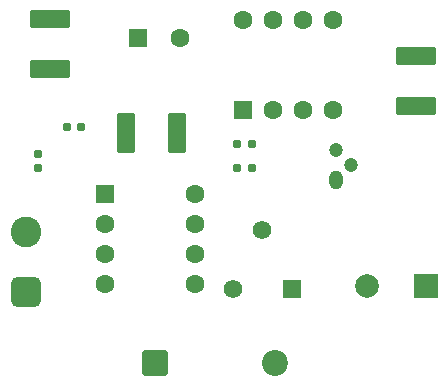
<source format=gbr>
%TF.GenerationSoftware,KiCad,Pcbnew,9.0.6*%
%TF.CreationDate,2025-12-28T16:01:46+05:30*%
%TF.ProjectId,Temp,54656d70-2e6b-4696-9361-645f70636258,rev?*%
%TF.SameCoordinates,Original*%
%TF.FileFunction,Soldermask,Top*%
%TF.FilePolarity,Negative*%
%FSLAX46Y46*%
G04 Gerber Fmt 4.6, Leading zero omitted, Abs format (unit mm)*
G04 Created by KiCad (PCBNEW 9.0.6) date 2025-12-28 16:01:46*
%MOMM*%
%LPD*%
G01*
G04 APERTURE LIST*
G04 Aperture macros list*
%AMRoundRect*
0 Rectangle with rounded corners*
0 $1 Rounding radius*
0 $2 $3 $4 $5 $6 $7 $8 $9 X,Y pos of 4 corners*
0 Add a 4 corners polygon primitive as box body*
4,1,4,$2,$3,$4,$5,$6,$7,$8,$9,$2,$3,0*
0 Add four circle primitives for the rounded corners*
1,1,$1+$1,$2,$3*
1,1,$1+$1,$4,$5*
1,1,$1+$1,$6,$7*
1,1,$1+$1,$8,$9*
0 Add four rect primitives between the rounded corners*
20,1,$1+$1,$2,$3,$4,$5,0*
20,1,$1+$1,$4,$5,$6,$7,0*
20,1,$1+$1,$6,$7,$8,$9,0*
20,1,$1+$1,$8,$9,$2,$3,0*%
G04 Aperture macros list end*
%ADD10RoundRect,0.650000X0.650000X-0.650000X0.650000X0.650000X-0.650000X0.650000X-0.650000X-0.650000X0*%
%ADD11C,2.600000*%
%ADD12RoundRect,0.160000X-0.160000X0.197500X-0.160000X-0.197500X0.160000X-0.197500X0.160000X0.197500X0*%
%ADD13RoundRect,0.250000X1.450000X-0.537500X1.450000X0.537500X-1.450000X0.537500X-1.450000X-0.537500X0*%
%ADD14RoundRect,0.249999X-0.850001X-0.850001X0.850001X-0.850001X0.850001X0.850001X-0.850001X0.850001X0*%
%ADD15C,2.200000*%
%ADD16RoundRect,0.250000X-1.450000X0.537500X-1.450000X-0.537500X1.450000X-0.537500X1.450000X0.537500X0*%
%ADD17RoundRect,0.250000X-0.550000X-0.550000X0.550000X-0.550000X0.550000X0.550000X-0.550000X0.550000X0*%
%ADD18C,1.600000*%
%ADD19R,2.000000X2.000000*%
%ADD20C,2.000000*%
%ADD21R,1.560000X1.560000*%
%ADD22C,1.560000*%
%ADD23RoundRect,0.250000X0.550000X-0.550000X0.550000X0.550000X-0.550000X0.550000X-0.550000X-0.550000X0*%
%ADD24RoundRect,0.160000X-0.197500X-0.160000X0.197500X-0.160000X0.197500X0.160000X-0.197500X0.160000X0*%
%ADD25RoundRect,0.250000X0.537500X1.450000X-0.537500X1.450000X-0.537500X-1.450000X0.537500X-1.450000X0*%
%ADD26O,1.200000X1.600000*%
%ADD27C,1.200000*%
G04 APERTURE END LIST*
D10*
%TO.C,TH1*%
X109000000Y-80040000D03*
D11*
X109000000Y-74960000D03*
%TD*%
D12*
%TO.C,R1*%
X110000000Y-68305000D03*
X110000000Y-69500000D03*
%TD*%
D13*
%TO.C,R4*%
X111000000Y-61137500D03*
X111000000Y-56862500D03*
%TD*%
D14*
%TO.C,D1*%
X119920000Y-86000000D03*
D15*
X130080000Y-86000000D03*
%TD*%
D16*
%TO.C,R7*%
X142000000Y-60000000D03*
X142000000Y-64275000D03*
%TD*%
D17*
%TO.C,U1*%
X115695000Y-71690000D03*
D18*
X115695000Y-74230000D03*
X115695000Y-76770000D03*
X115695000Y-79310000D03*
X123315000Y-79310000D03*
X123315000Y-76770000D03*
X123315000Y-74230000D03*
X123315000Y-71690000D03*
%TD*%
D17*
%TO.C,C1*%
X118500000Y-58500000D03*
D18*
X122000000Y-58500000D03*
%TD*%
D19*
%TO.C,BZ1*%
X142870785Y-79500000D03*
D20*
X137870785Y-79500000D03*
%TD*%
D21*
%TO.C,RV1*%
X131500000Y-79740000D03*
D22*
X129000000Y-74740000D03*
X126500000Y-79740000D03*
%TD*%
D23*
%TO.C,U2*%
X127380000Y-64620000D03*
D18*
X129920000Y-64620000D03*
X132460000Y-64620000D03*
X135000000Y-64620000D03*
X135000000Y-57000000D03*
X132460000Y-57000000D03*
X129920000Y-57000000D03*
X127380000Y-57000000D03*
%TD*%
D24*
%TO.C,R6*%
X126902500Y-69500000D03*
X128097500Y-69500000D03*
%TD*%
%TO.C,R2*%
X112500000Y-66000000D03*
X113695000Y-66000000D03*
%TD*%
D25*
%TO.C,R3*%
X121775000Y-66500000D03*
X117500000Y-66500000D03*
%TD*%
D24*
%TO.C,R5*%
X126902500Y-67510000D03*
X128097500Y-67510000D03*
%TD*%
D26*
%TO.C,Q1*%
X135221961Y-70548039D03*
D27*
X136491961Y-69278039D03*
X135221961Y-68008039D03*
%TD*%
M02*

</source>
